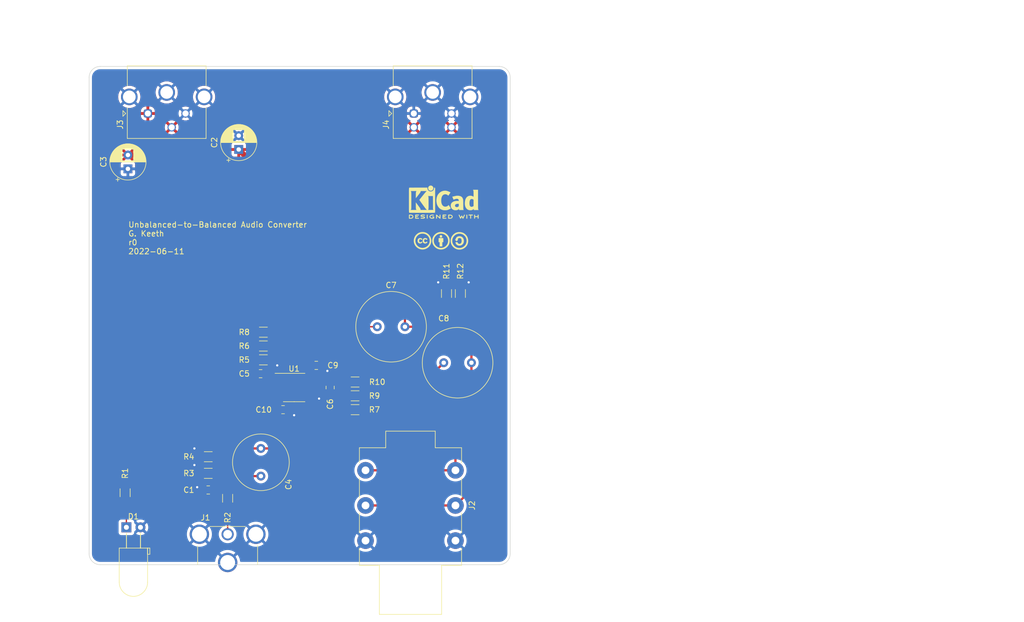
<source format=kicad_pcb>
(kicad_pcb (version 20211014) (generator pcbnew)
  (title_block (title "Unbalanced to Balanced Audio Converter") (date "2022-06-11") (rev "${VERSION}") (company "G. Keeth"))
  (layers (0 "F.Cu" signal) (31 "B.Cu" signal) (34 "B.Paste" user) (35 "F.Paste" user) (36 "B.SilkS" user "B.Silkscreen") (37 "F.SilkS" user "F.Silkscreen") (38 "B.Mask" user) (39 "F.Mask" user) (44 "Edge.Cuts" user))
  (property "VERSION" "0")
  (net 0 "")
  (net 1 "Net-(C1-Pad1)")
  (net 2 "GND")
  (net 3 "VCC")
  (net 4 "VEE")
  (net 5 "Net-(C4-Pad2)")
  (net 6 "Net-(C5-Pad1)")
  (net 7 "Net-(C5-Pad2)")
  (net 8 "Net-(C6-Pad1)")
  (net 9 "Net-(C6-Pad2)")
  (net 10 "Net-(C7-Pad1)")
  (net 11 "Net-(C7-Pad2)")
  (net 12 "Net-(C8-Pad1)")
  (net 13 "Net-(C8-Pad2)")
  (net 14 "Net-(J1-PadT)")
  (net 15 "Net-(D1-Pad1)")
  (footprint "Capacitor_THT:C_Radial_D12.5mm_H25.0mm_P5.00mm" (layer "F.Cu") (at 164 113.51875)
    (fp_text reference "C8" (at 0 -8) (layer "F.SilkS"))
    (fp_text value "220u")
    (pad "1" thru_hole circle locked (at 0 0) (size 1.6 1.6) (drill 0.8) (layers *.Cu *.Mask) (net 12 "Net-(C8-Pad1)"))
    (pad "2" thru_hole circle locked (at 5 0) (size 1.6 1.6) (drill 0.8) (layers *.Cu *.Mask) (net 13 "Net-(C8-Pad2)"))
  )
  (footprint "Resistor_SMD:R_1206_3216Metric" (layer "F.Cu") (at 131.45 113)
    (fp_text reference "R5" (at -3.45 0) (layer "F.SilkS"))
    (fp_text value "DNP")
    (pad "1" smd roundrect locked (at -1.4625 0) (size 1.125 1.75) (layers "F.Cu" "F.Paste" "F.Mask") (roundrect_rratio 0.222222) (net 6 "Net-(C5-Pad1)"))
    (pad "2" smd roundrect locked (at 1.4625 0) (size 1.125 1.75) (layers "F.Cu" "F.Paste" "F.Mask") (roundrect_rratio 0.222222) (net 2 "GND"))
  )
  (footprint "Resistor_SMD:R_1206_3216Metric" (layer "F.Cu") (at 125 138 90)
    (fp_text reference "R2" (at -3.5 0 90) (layer "F.SilkS"))
    (fp_text value "100")
    (pad "1" smd roundrect locked (at -1.4625 0 90) (size 1.125 1.75) (layers "F.Cu" "F.Paste" "F.Mask") (roundrect_rratio 0.222222) (net 14 "Net-(J1-PadT)"))
    (pad "2" smd roundrect locked (at 1.4625 0 90) (size 1.125 1.75) (layers "F.Cu" "F.Paste" "F.Mask") (roundrect_rratio 0.222222) (net 1 "Net-(C1-Pad1)"))
  )
  (footprint "Connector_Mini_DIN_gkeeth:Mini-DIN_Kycon_KMDGX-4S-BS_Horizontal" (layer "F.Cu") (at 158.6 68.5 90)
    (fp_text reference "J4" (at -2 -5 90 unlocked) (layer "F.SilkS"))
    (fp_text value "Mini-DIN-4")
    (pad "1" thru_hole roundrect (at 0 0 180) (size 1.5 1.5) (drill 1.1) (layers *.Cu *.Mask) (net 2 "GND"))
    (pad "2" thru_hole circle (at 0 6.8 180) (size 1.5 1.5) (drill 1.1) (layers *.Cu *.Mask) (net 2 "GND"))
    (pad "3" thru_hole circle (at -2.5 0 180) (size 1.5 1.5) (drill 1.1) (layers *.Cu *.Mask) (net 4 "VEE"))
    (pad "4" thru_hole circle (at -2.5 6.8 180) (size 1.5 1.5) (drill 1.1) (layers *.Cu *.Mask) (net 3 "VCC"))
    (pad "SH" thru_hole circle (at 3 -3.35 180) (size 3 3) (drill 2.3) (layers *.Cu *.Mask) (net 2 "GND"))
    (pad "SH" thru_hole circle (at 3.8 3.4 180) (size 3 3) (drill 2.3) (layers *.Cu *.Mask) (net 2 "GND"))
    (pad "SH" thru_hole circle (at 3 10.15 180) (size 3 3) (drill 2.3) (layers *.Cu *.Mask) (net 2 "GND"))
  )
  (footprint "Resistor_SMD:R_1206_3216Metric" (layer "F.Cu") (at 131.45 108)
    (fp_text reference "R8" (at -3.45 0) (layer "F.SilkS"))
    (fp_text value "68")
    (pad "1" smd roundrect locked (at -1.4625 0) (size 1.125 1.75) (layers "F.Cu" "F.Paste" "F.Mask") (roundrect_rratio 0.222222) (net 10 "Net-(C7-Pad1)"))
    (pad "2" smd roundrect locked (at 1.4625 0) (size 1.125 1.75) (layers "F.Cu" "F.Paste" "F.Mask") (roundrect_rratio 0.222222) (net 7 "Net-(C5-Pad2)"))
  )
  (footprint "Resistor_SMD:R_1206_3216Metric" (layer "F.Cu") (at 121.5 130.5)
    (fp_text reference "R4" (at -3.5 0) (layer "F.SilkS"))
    (fp_text value "47k")
    (pad "1" smd roundrect locked (at -1.4625 0) (size 1.125 1.75) (layers "F.Cu" "F.Paste" "F.Mask") (roundrect_rratio 0.222222) (net 2 "GND"))
    (pad "2" smd roundrect locked (at 1.4625 0) (size 1.125 1.75) (layers "F.Cu" "F.Paste" "F.Mask") (roundrect_rratio 0.222222) (net 5 "Net-(C4-Pad2)"))
  )
  (footprint "Connector_Audio:Jack_6.35mm_Neutrik_NMJ6HFD2_Horizontal" (layer "F.Cu") (at 166.115 132.95 -90)
    (fp_text reference "J2" (at 6.35 -3 90) (layer "F.SilkS"))
    (fp_text value "NMJ6HFD2")
    (pad "R" thru_hole circle locked (at 6.35 0 270) (size 3 3) (drill 1.4) (layers *.Cu *.Mask) (net 13 "Net-(C8-Pad2)"))
    (pad "RN" thru_hole circle locked (at 6.35 16.23 270) (size 3 3) (drill 1.4) (layers *.Cu *.Mask) (net 13 "Net-(C8-Pad2)"))
    (pad "S" thru_hole circle locked (at 12.7 0 270) (size 3 3) (drill 1.4) (layers *.Cu *.Mask) (net 2 "GND"))
    (pad "SN" thru_hole circle locked (at 12.7 16.23 270) (size 3 3) (drill 1.4) (layers *.Cu *.Mask) (net 2 "GND"))
    (pad "T" thru_hole circle locked (at 0 0 270) (size 3 3) (drill 1.4) (layers *.Cu *.Mask) (net 11 "Net-(C7-Pad2)"))
    (pad "TN" thru_hole circle locked (at 0 16.23 270) (size 3 3) (drill 1.4) (layers *.Cu *.Mask) (net 11 "Net-(C7-Pad2)"))
  )
  (footprint "Symbol:KiCad-Logo2_5mm_SilkScreen" (layer "F.Cu") (at 164 84.5)
    (fp_text reference "LOGO1" hide)
    (fp_text value "Logo_MadeWithKiCad" hide)
  )
  (footprint "Resistor_SMD:R_1206_3216Metric" (layer "F.Cu") (at 167 101.01875 -90)
    (fp_text reference "R12" (at -4.01875 0 90) (layer "F.SilkS"))
    (fp_text value "47k")
    (pad "1" smd roundrect locked (at -1.4625 0 270) (size 1.125 1.75) (layers "F.Cu" "F.Paste" "F.Mask") (roundrect_rratio 0.222222) (net 2 "GND"))
    (pad "2" smd roundrect locked (at 1.4625 0 270) (size 1.125 1.75) (layers "F.Cu" "F.Paste" "F.Mask") (roundrect_rratio 0.222222) (net 13 "Net-(C8-Pad2)"))
  )
  (footprint "Capacitor_SMD:C_0805_2012Metric" (layer "F.Cu") (at 141 114)
    (fp_text reference "C9" (at 3 0) (layer "F.SilkS"))
    (fp_text value "100n")
    (pad "1" smd roundrect locked (at -0.95 0) (size 1 1.45) (layers "F.Cu" "F.Paste" "F.Mask") (net 3 "VCC"))
    (pad "2" smd roundrect locked (at 0.95 0) (size 1 1.45) (layers "F.Cu" "F.Paste" "F.Mask") (net 2 "GND"))
  )
  (footprint "Capacitor_SMD:C_0805_2012Metric" (layer "F.Cu") (at 130.95 115.5)
    (fp_text reference "C5" (at -2.95 0) (layer "F.SilkS"))
    (fp_text value "100p")
    (pad "1" smd roundrect locked (at -0.95 0) (size 1 1.45) (layers "F.Cu" "F.Paste" "F.Mask") (net 6 "Net-(C5-Pad1)"))
    (pad "2" smd roundrect locked (at 0.95 0) (size 1 1.45) (layers "F.Cu" "F.Paste" "F.Mask") (net 7 "Net-(C5-Pad2)"))
  )
  (footprint "Capacitor_SMD:C_0805_2012Metric" (layer "F.Cu") (at 143.5 118 90)
    (fp_text reference "C6" (at -3 0 90) (layer "F.SilkS"))
    (fp_text value "100p")
    (pad "1" smd roundrect locked (at -0.95 0 90) (size 1 1.45) (layers "F.Cu" "F.Paste" "F.Mask") (net 8 "Net-(C6-Pad1)"))
    (pad "2" smd roundrect locked (at 0.95 0 90) (size 1 1.45) (layers "F.Cu" "F.Paste" "F.Mask") (net 9 "Net-(C6-Pad2)"))
  )
  (footprint "Capacitor_THT:CP_Radial_D6.3mm_P2.50mm" (layer "F.Cu") (at 107 78.5 90)
    (fp_text reference "C3" (at 1.25 -4.4 90) (layer "F.SilkS"))
    (fp_text value "100u")
    (pad "1" thru_hole rect locked (at 0 0 90) (size 1.6 1.6) (drill 0.8) (layers *.Cu *.Mask) (net 2 "GND"))
    (pad "2" thru_hole circle locked (at 2.5 0 90) (size 1.6 1.6) (drill 0.8) (layers *.Cu *.Mask) (net 4 "VEE"))
  )
  (footprint "Capacitor_THT:CP_Radial_D6.3mm_P2.50mm" (layer "F.Cu") (at 127 75 90)
    (fp_text reference "C2" (at 1.25 -4.4 90) (layer "F.SilkS"))
    (fp_text value "100u")
    (pad "1" thru_hole rect locked (at 0 0 90) (size 1.6 1.6) (drill 0.8) (layers *.Cu *.Mask) (net 3 "VCC"))
    (pad "2" thru_hole circle locked (at 2.5 0 90) (size 1.6 1.6) (drill 0.8) (layers *.Cu *.Mask) (net 2 "GND"))
  )
  (footprint "Capacitor_THT:C_Radial_D10.0mm_H16.0mm_P5.00mm" (layer "F.Cu") (at 131 134 90)
    (fp_text reference "C4" (at -1.5 5 90) (layer "F.SilkS"))
    (fp_text value "47u")
    (pad "1" thru_hole circle locked (at 0 0 90) (size 1.6 1.6) (drill 0.8) (layers *.Cu *.Mask) (net 1 "Net-(C1-Pad1)"))
    (pad "2" thru_hole circle locked (at 5 0 90) (size 1.6 1.6) (drill 0.8) (layers *.Cu *.Mask) (net 5 "Net-(C4-Pad2)"))
  )
  (footprint "Symbol_CreativeCommons:CC-BY-SA_SilkScreenTop_Small" (layer "F.Cu") (at 163.5 91.5)
    (fp_text reference "LOGO2" hide)
    (fp_text value "CC-BY-SA_0.5in" hide)
  )
  (footprint "Resistor_SMD:R_1206_3216Metric" (layer "F.Cu") (at 121.5 133.5)
    (fp_text reference "R3" (at -3.5 0) (layer "F.SilkS"))
    (fp_text value "220k")
    (pad "1" smd roundrect locked (at -1.4625 0) (size 1.125 1.75) (layers "F.Cu" "F.Paste" "F.Mask") (roundrect_rratio 0.222222) (net 2 "GND"))
    (pad "2" smd roundrect locked (at 1.4625 0) (size 1.125 1.75) (layers "F.Cu" "F.Paste" "F.Mask") (roundrect_rratio 0.222222) (net 1 "Net-(C1-Pad1)"))
  )
  (footprint "Resistor_SMD:R_1206_3216Metric" (layer "F.Cu") (at 148 119.5)
    (fp_text reference "R9" (at 3.5 0) (layer "F.SilkS"))
    (fp_text value "1k")
    (pad "1" smd roundrect locked (at -1.4625 0) (size 1.125 1.75) (layers "F.Cu" "F.Paste" "F.Mask") (roundrect_rratio 0.222222) (net 8 "Net-(C6-Pad1)"))
    (pad "2" smd roundrect locked (at 1.4625 0) (size 1.125 1.75) (layers "F.Cu" "F.Paste" "F.Mask") (roundrect_rratio 0.222222) (net 12 "Net-(C8-Pad1)"))
  )
  (footprint "Capacitor_SMD:C_0805_2012Metric" (layer "F.Cu") (at 135 122 180)
    (fp_text reference "C10" (at 3.5 0) (layer "F.SilkS"))
    (fp_text value "100n")
    (pad "1" smd roundrect locked (at -0.95 0 180) (size 1 1.45) (layers "F.Cu" "F.Paste" "F.Mask") (net 2 "GND"))
    (pad "2" smd roundrect locked (at 0.95 0 180) (size 1 1.45) (layers "F.Cu" "F.Paste" "F.Mask") (net 4 "VEE"))
  )
  (footprint "Connector_Audio_gkeeth:RCA_Keystone_901_Horizontal" (layer "F.Cu") (at 125 144.5)
    (fp_text reference "J1" (at -4 -3 unlocked) (layer "F.SilkS"))
    (fp_text value "901")
    (pad "S" thru_hole circle (at -5.1 0) (size 3.5 3.5) (drill 2.7) (layers *.Cu *.Mask) (net 2 "GND"))
    (pad "S" thru_hole circle (at 5.1 0) (size 3.5 3.5) (drill 2.7) (layers *.Cu *.Mask) (net 2 "GND"))
    (pad "S" thru_hole circle (at 0 5.1) (size 3.5 3.5) (drill 2.7) (layers *.Cu *.Mask) (net 2 "GND"))
    (pad "T" thru_hole circle (at 0 0) (size 2.2 2.2) (drill 1.57) (layers *.Cu *.Mask) (net 14 "Net-(J1-PadT)"))
  )
  (footprint "Capacitor_SMD:C_0805_2012Metric" (layer "F.Cu") (at 121.5 136.5 180)
    (fp_text reference "C1" (at 3.5 0) (layer "F.SilkS"))
    (fp_text value "100p")
    (pad "1" smd roundrect locked (at -0.95 0 180) (size 1 1.45) (layers "F.Cu" "F.Paste" "F.Mask") (net 1 "Net-(C1-Pad1)"))
    (pad "2" smd roundrect locked (at 0.95 0 180) (size 1 1.45) (layers "F.Cu" "F.Paste" "F.Mask") (net 2 "GND"))
  )
  (footprint "Resistor_SMD:R_1206_3216Metric" (layer "F.Cu") (at 131.45 110.5 180)
    (fp_text reference "R6" (at 3.45 0) (layer "F.SilkS"))
    (fp_text value "1k")
    (pad "1" smd roundrect locked (at -1.4625 0 180) (size 1.125 1.75) (layers "F.Cu" "F.Paste" "F.Mask") (roundrect_rratio 0.222222) (net 10 "Net-(C7-Pad1)"))
    (pad "2" smd roundrect locked (at 1.4625 0 180) (size 1.125 1.75) (layers "F.Cu" "F.Paste" "F.Mask") (roundrect_rratio 0.222222) (net 6 "Net-(C5-Pad1)"))
  )
  (footprint "Connector_Mini_DIN_gkeeth:Mini-DIN_Kycon_KMDGX-3S-BS_Horizontal" (layer "F.Cu") (at 110.6 68.5 90)
    (fp_text reference "J3" (at -2 -5 90 unlocked) (layer "F.SilkS"))
    (fp_text value "Mini-DIN-3")
    (pad "1" thru_hole roundrect (at 0 0 180) (size 1.5 1.5) (drill 1.1) (layers *.Cu *.Mask) (net 4 "VEE"))
    (pad "2" thru_hole circle (at 0 6.8 180) (size 1.5 1.5) (drill 1.1) (layers *.Cu *.Mask) (net 2 "GND"))
    (pad "3" thru_hole circle (at -2.5 4.3 180) (size 1.5 1.5) (drill 1.1) (layers *.Cu *.Mask) (net 3 "VCC"))
    (pad "SH" thru_hole circle (at 3.8 3.4 180) (size 3 3) (drill 2.3) (layers *.Cu *.Mask) (net 2 "GND"))
    (pad "SH" thru_hole circle (at 3 -3.35 180) (size 3 3) (drill 2.3) (layers *.Cu *.Mask) (net 2 "GND"))
    (pad "SH" thru_hole circle (at 3 10.15 180) (size 3 3) (drill 2.3) (layers *.Cu *.Mask) (net 2 "GND"))
  )
  (footprint "LED_THT:LED_D5.0mm_Horizontal_O3.81mm_Z3.0mm" (layer "F.Cu") (at 106.725 143.25)
    (fp_text reference "D1" (at 1.27 -1.96) (layer "F.SilkS"))
    (fp_text value "LED")
    (pad "1" thru_hole rect locked (at 0 0) (size 1.8 1.8) (drill 0.9) (layers *.Cu *.Mask) (net 15 "Net-(D1-Pad1)"))
    (pad "2" thru_hole circle locked (at 2.54 0) (size 1.8 1.8) (drill 0.9) (layers *.Cu *.Mask) (net 2 "GND"))
  )
  (footprint "Package_SO:SOIC-8_3.9x4.9mm_P1.27mm" (layer "F.Cu") (at 137 118)
    (fp_text reference "U1" (at 0 -3.4) (layer "F.SilkS"))
    (fp_text value "LM4562")
    (pad "1" smd roundrect locked (at -2.475 -1.905) (size 1.95 0.6) (layers "F.Cu" "F.Paste" "F.Mask") (net 7 "Net-(C5-Pad2)"))
    (pad "2" smd roundrect locked (at -2.475 -0.635) (size 1.95 0.6) (layers "F.Cu" "F.Paste" "F.Mask") (net 6 "Net-(C5-Pad1)"))
    (pad "3" smd roundrect locked (at -2.475 0.635) (size 1.95 0.6) (layers "F.Cu" "F.Paste" "F.Mask") (net 5 "Net-(C4-Pad2)"))
    (pad "4" smd roundrect locked (at -2.475 1.905) (size 1.95 0.6) (layers "F.Cu" "F.Paste" "F.Mask") (net 4 "VEE"))
    (pad "5" smd roundrect locked (at 2.475 1.905) (size 1.95 0.6) (layers "F.Cu" "F.Paste" "F.Mask") (net 2 "GND"))
    (pad "6" smd roundrect locked (at 2.475 0.635) (size 1.95 0.6) (layers "F.Cu" "F.Paste" "F.Mask") (net 8 "Net-(C6-Pad1)"))
    (pad "7" smd roundrect locked (at 2.475 -0.635) (size 1.95 0.6) (layers "F.Cu" "F.Paste" "F.Mask") (net 9 "Net-(C6-Pad2)"))
    (pad "8" smd roundrect locked (at 2.475 -1.905) (size 1.95 0.6) (layers "F.Cu" "F.Paste" "F.Mask") (net 3 "VCC"))
  )
  (footprint "Capacitor_THT:C_Radial_D12.5mm_H25.0mm_P5.00mm" (layer "F.Cu") (at 152 107.01875)
    (fp_text reference "C7" (at 2.5 -7.5) (layer "F.SilkS"))
    (fp_text value "220u")
    (pad "1" thru_hole circle locked (at 0 0) (size 1.6 1.6) (drill 0.8) (layers *.Cu *.Mask) (net 10 "Net-(C7-Pad1)"))
    (pad "2" thru_hole circle locked (at 5 0) (size 1.6 1.6) (drill 0.8) (layers *.Cu *.Mask) (net 11 "Net-(C7-Pad2)"))
  )
  (footprint "Resistor_SMD:R_1206_3216Metric" (layer "F.Cu") (at 148 122)
    (fp_text reference "R7" (at 3.5 0) (layer "F.SilkS"))
    (fp_text value "1k")
    (pad "1" smd roundrect locked (at -1.4625 0) (size 1.125 1.75) (layers "F.Cu" "F.Paste" "F.Mask") (roundrect_rratio 0.222222) (net 7 "Net-(C5-Pad2)"))
    (pad "2" smd roundrect locked (at 1.4625 0) (size 1.125 1.75) (layers "F.Cu" "F.Paste" "F.Mask") (roundrect_rratio 0.222222) (net 8 "Net-(C6-Pad1)"))
  )
  (footprint "Resistor_SMD:R_1206_3216Metric" (layer "F.Cu") (at 148 117 180)
    (fp_text reference "R10" (at -4 0) (layer "F.SilkS"))
    (fp_text value "68")
    (pad "1" smd roundrect locked (at -1.4625 0 180) (size 1.125 1.75) (layers "F.Cu" "F.Paste" "F.Mask") (roundrect_rratio 0.222222) (net 12 "Net-(C8-Pad1)"))
    (pad "2" smd roundrect locked (at 1.4625 0 180) (size 1.125 1.75) (layers "F.Cu" "F.Paste" "F.Mask") (roundrect_rratio 0.222222) (net 9 "Net-(C6-Pad2)"))
  )
  (footprint "Resistor_SMD:R_1206_3216Metric" (layer "F.Cu") (at 164.5 101.01875 -90)
    (fp_text reference "R11" (at -4.01875 0 90) (layer "F.SilkS"))
    (fp_text value "47k")
    (pad "1" smd roundrect locked (at -1.4625 0 270) (size 1.125 1.75) (layers "F.Cu" "F.Paste" "F.Mask") (roundrect_rratio 0.222222) (net 2 "GND"))
    (pad "2" smd roundrect locked (at 1.4625 0 270) (size 1.125 1.75) (layers "F.Cu" "F.Paste" "F.Mask") (roundrect_rratio 0.222222) (net 11 "Net-(C7-Pad2)"))
  )
  (footprint "Resistor_SMD:R_1206_3216Metric" (layer "F.Cu") (at 106.5 137 90)
    (fp_text reference "R1" (at 3.5 0 90) (layer "F.SilkS"))
    (fp_text value "10k")
    (pad "1" smd roundrect locked (at -1.4625 0 90) (size 1.125 1.75) (layers "F.Cu" "F.Paste" "F.Mask") (roundrect_rratio 0.222222) (net 15 "Net-(D1-Pad1)"))
    (pad "2" smd roundrect locked (at 1.4625 0 90) (size 1.125 1.75) (layers "F.Cu" "F.Paste" "F.Mask") (roundrect_rratio 0.222222) (net 4 "VEE"))
  )
  (gr_line (start 176 62) (end 176 148) (layer "Edge.Cuts") (width 0.1))
  (gr_line (start 102 60) (end 174 60) (layer "Edge.Cuts") (width 0.1))
  (gr_line (start 100 148) (end 100 62) (layer "Edge.Cuts") (width 0.1))
  (gr_arc (start 176 148) (mid 175.414214 149.414214) (end 174 150) (layer "Edge.Cuts") (width 0.1))
  (gr_line (start 174 150) (end 102 150) (layer "Edge.Cuts") (width 0.1))
  (gr_arc (start 100 62) (mid 100.585786 60.585786) (end 102 60) (layer "Edge.Cuts") (width 0.1))
  (gr_arc (start 102 150) (mid 100.585786 149.414214) (end 100 148) (layer "Edge.Cuts") (width 0.1))
  (gr_arc (start 174 60) (mid 175.414214 60.585786) (end 176 62) (layer "Edge.Cuts") (width 0.1))
  (gr_text "Unbalanced-to-Balanced Audio Converter\nG. Keeth\nr${VERSION}\n2022-06-11" (at 107 91) (layer "F.SilkS") (effects (font (size 1 1)) (justify left)))
  (segment (start 122.9625 133.5) (end 122.45 134.0125) (width 0.4) (layer "F.Cu") (net 1))
  (segment (start 124.9625 136.5) (end 125 136.5375) (width 0.4) (layer "F.Cu") (net 1))
  (segment (start 127.5375 134) (end 131 134) (width 0.4) (layer "F.Cu") (net 1))
  (segment (start 125 136.5375) (end 127.5375 134) (width 0.4) (layer "F.Cu") (net 1))
  (segment (start 122.45 134.0125) (end 122.45 136.5) (width 0.4) (layer "F.Cu") (net 1))
  (segment (start 122.45 136.5) (end 124.9625 136.5) (width 0.4) (layer "F.Cu") (net 1))
  (segment (start 141.405 119.905) (end 141.5 120) (width 0.4) (layer "F.Cu") (net 2))
  (segment (start 163.55625 99.55625) (end 163 99) (width 0.4) (layer "F.Cu") (net 2))
  (segment (start 142 114) (end 143 115) (width 0.4) (layer "F.Cu") (net 2))
  (segment (start 141.95 114) (end 142 114) (width 0.4) (layer "F.Cu") (net 2))
  (segment (start 120.55 136.5) (end 120 136.5) (width 0.4) (layer "F.Cu") (net 2))
  (segment (start 139.475 119.905) (end 141.405 119.905) (width 0.4) (layer "F.Cu") (net 2))
  (segment (start 133.9125 114) (end 132.9125 113) (width 0.25) (layer "F.Cu") (net 2))
  (segment (start 133.95 114) (end 133.9125 114) (width 0.25) (layer "F.Cu") (net 2))
  (segment (start 120.0375 130.5) (end 120.0375 130.0375) (width 0.4) (layer "F.Cu") (net 2))
  (segment (start 164.5 99.55625) (end 163.55625 99.55625) (width 0.4) (layer "F.Cu") (net 2))
  (segment (start 135.95 122) (end 136 122) (width 0.4) (layer "F.Cu") (net 2))
  (segment (start 120.0375 130.0375) (end 119 129) (width 0.4) (layer "F.Cu") (net 2))
  (segment (start 167.94375 99.55625) (end 168.5 99) (width 0.4) (layer "F.Cu") (net 2))
  (segment (start 167 99.55625) (end 167.94375 99.55625) (width 0.4) (layer "F.Cu") (net 2))
  (segment (start 120.0375 133.0375) (end 119 132) (width 0.4) (layer "F.Cu") (net 2))
  (segment (start 136 122) (end 137 123) (width 0.4) (layer "F.Cu") (net 2))
  (segment (start 120 136.5) (end 119.5 136) (width 0.4) (layer "F.Cu") (net 2))
  (segment (start 120.0375 133.5) (end 120.0375 133.0375) (width 0.4) (layer "F.Cu") (net 2))
  (via (at 143 115) (size 0.8) (drill 0.4) (layers "F.Cu" "B.Cu") (net 2))
  (via (at 141.5 120) (size 0.8) (drill 0.4) (layers "F.Cu" "B.Cu") (net 2))
  (via (at 137 123) (size 0.8) (drill 0.4) (layers "F.Cu" "B.Cu") (net 2))
  (via (at 119 129) (size 0.8) (drill 0.4) (layers "F.Cu" "B.Cu") (net 2))
  (via (at 119 132) (size 0.8) (drill 0.4) (layers "F.Cu" "B.Cu") (net 2))
  (via (at 133.95 114) (size 0.8) (drill 0.4) (layers "F.Cu" "B.Cu") (net 2))
  (via (at 119.5 136) (size 0.8) (drill 0.4) (layers "F.Cu" "B.Cu") (net 2))
  (via (at 168.5 99) (size 0.8) (drill 0.4) (layers "F.Cu" "B.Cu") (net 2))
  (via (at 163 99) (size 0.8) (drill 0.4) (layers "F.Cu" "B.Cu") (net 2))
  (segment (start 140.05 114) (end 140.05 115.52) (width 0.5) (layer "F.Cu") (net 3))
  (segment (start 140.05 115.52) (end 139.475 116.095) (width 0.5) (layer "F.Cu") (net 3))
  (segment (start 154.5 102.5) (end 127 75) (width 1) (layer "F.Cu") (net 3))
  (segment (start 152.5 110.5) (end 154.5 108.5) (width 1) (layer "F.Cu") (net 3))
  (segment (start 154.5 108.5) (end 154.5 102.5) (width 1) (layer "F.Cu") (net 3))
  (segment (start 143 110.5) (end 152.5 110.5) (width 1) (layer "F.Cu") (net 3))
  (segment (start 140.05 114) (end 140.05 113.45) (width 1) (layer "F.Cu") (net 3))
  (segment (start 140.05 113.45) (end 143 110.5) (width 1) (layer "F.Cu") (net 3))
  (segment (start 116 83.5) (end 116 105.5) (width 1) (layer "F.Cu") (net 4))
  (segment (start 134.525 121.525) (end 134.05 122) (width 0.5) (layer "F.Cu") (net 4))
  (segment (start 132.5 122) (end 134.05 122) (width 1) (layer "F.Cu") (net 4))
  (segment (start 105.5 76) (end 104 77.5) (width 0.5) (layer "F.Cu") (net 4))
  (segment (start 134.525 119.905) (end 134.525 121.525) (width 0.5) (layer "F.Cu") (net 4))
  (segment (start 108.5 76) (end 116 83.5) (width 1) (layer "F.Cu") (net 4))
  (segment (start 107 76) (end 105.5 76) (width 0.5) (layer "F.Cu") (net 4))
  (segment (start 104 77.5) (end 104 133.0375) (width 0.5) (layer "F.Cu") (net 4))
  (segment (start 104 133.0375) (end 106.5 135.5375) (width 0.5) (layer "F.Cu") (net 4))
  (segment (start 116 105.5) (end 132.5 122) (width 1) (layer "F.Cu") (net 4))
  (segment (start 107 76) (end 108.5 76) (width 1) (layer "F.Cu") (net 4))
  (segment (start 134 129) (end 138 125) (width 0.4) (layer "F.Cu") (net 5))
  (segment (start 137 119.866624) (end 135.768376 118.635) (width 0.4) (layer "F.Cu") (net 5))
  (segment (start 135.768376 118.635) (end 134.525 118.635) (width 0.4) (layer "F.Cu") (net 5))
  (segment (start 124.4625 129) (end 131 129) (width 0.4) (layer "F.Cu") (net 5))
  (segment (start 137 121) (end 137 119.866624) (width 0.4) (layer "F.Cu") (net 5))
  (segment (start 131 129) (end 134 129) (width 0.4) (layer "F.Cu") (net 5))
  (segment (start 138 125) (end 138 122) (width 0.4) (layer "F.Cu") (net 5))
  (segment (start 122.9625 130.5) (end 124.4625 129) (width 0.4) (layer "F.Cu") (net 5))
  (segment (start 138 122) (end 137 121) (width 0.4) (layer "F.Cu") (net 5))
  (segment (start 131.865 117.365) (end 130 115.5) (width 0.25) (layer "F.Cu") (net 6))
  (segment (start 129.9875 110.5) (end 129.9875 113) (width 0.25) (layer "F.Cu") (net 6))
  (segment (start 130 115.5) (end 130 113.0125) (width 0.25) (layer "F.Cu") (net 6))
  (segment (start 134.525 117.365) (end 131.865 117.365) (width 0.25) (layer "F.Cu") (net 6))
  (segment (start 130 113.0125) (end 129.9875 113) (width 0.25) (layer "F.Cu") (net 6))
  (segment (start 132.9125 108) (end 135 110.0875) (width 0.4) (layer "F.Cu") (net 7))
  (segment (start 134.525 116.095) (end 135.595 116.095) (width 0.4) (layer "F.Cu") (net 7))
  (segment (start 135.595 116.095) (end 138 118.5) (width 0.4) (layer "F.Cu") (net 7))
  (segment (start 139.658592 122) (end 146.5375 122) (width 0.4) (layer "F.Cu") (net 7))
  (segment (start 132.495 116.095) (end 134.525 116.095) (width 0.4) (layer "F.Cu") (net 7))
  (segment (start 138 118.5) (end 138 120.341408) (width 0.4) (layer "F.Cu") (net 7))
  (segment (start 135 110.0875) (end 135 115.62) (width 0.4) (layer "F.Cu") (net 7))
  (segment (start 138 120.341408) (end 139.658592 122) (width 0.4) (layer "F.Cu") (net 7))
  (segment (start 131.9 115.5) (end 132.495 116.095) (width 0.4) (layer "F.Cu") (net 7))
  (segment (start 135 115.62) (end 134.525 116.095) (width 0.4) (layer "F.Cu") (net 7))
  (segment (start 143.185 118.635) (end 143.5 118.95) (width 0.4) (layer "F.Cu") (net 8))
  (segment (start 143.5 118.95) (end 145.9875 118.95) (width 0.4) (layer "F.Cu") (net 8))
  (segment (start 145.9875 118.95) (end 146.5375 119.5) (width 0.4) (layer "F.Cu") (net 8))
  (segment (start 139.475 118.635) (end 143.185 118.635) (width 0.4) (layer "F.Cu") (net 8))
  (segment (start 149.0375 122) (end 146.5375 119.5) (width 0.4) (layer "F.Cu") (net 8))
  (segment (start 149.4625 122) (end 149.0375 122) (width 0.4) (layer "F.Cu") (net 8))
  (segment (start 139.475 117.365) (end 143.185 117.365) (width 0.4) (layer "F.Cu") (net 9))
  (segment (start 143.5 117.05) (end 146.4875 117.05) (width 0.4) (layer "F.Cu") (net 9))
  (segment (start 143.185 117.365) (end 143.5 117.05) (width 0.4) (layer "F.Cu") (net 9))
  (segment (start 146.4875 117.05) (end 146.5375 117) (width 0.4) (layer "F.Cu") (net 9))
  (segment (start 129.9875 108) (end 130.4125 108) (width 0.25) (layer "F.Cu") (net 10))
  (segment (start 138.51875 107.01875) (end 152 107.01875) (width 0.25) (layer "F.Cu") (net 10))
  (segment (start 137.5 106) (end 138.51875 107.01875) (width 0.25) (layer "F.Cu") (net 10))
  (segment (start 130.4125 108) (end 132.9125 110.5) (width 0.25) (layer "F.Cu") (net 10))
  (segment (start 129.9875 108) (end 131.9875 106) (width 0.25) (layer "F.Cu") (net 10))
  (segment (start 131.9875 106) (end 137.5 106) (width 0.25) (layer "F.Cu") (net 10))
  (segment (start 164.5 102.48125) (end 159.0375 102.48125) (width 0.4) (layer "F.Cu") (net 11))
  (segment (start 159.0375 102.48125) (end 157 104.51875) (width 0.4) (layer "F.Cu") (net 11))
  (segment (start 149.885 132.95) (end 166.115 132.95) (width 0.4) (layer "F.Cu") (net 11))
  (segment (start 166.115 132.95) (end 166.115 112.115) (width 0.4) (layer "F.Cu") (net 11))
  (segment (start 157 104.51875) (end 157 107.01875) (width 0.4) (layer "F.Cu") (net 11))
  (segment (start 166.115 112.115) (end 161.01875 107.01875) (width 0.4) (layer "F.Cu") (net 11))
  (segment (start 161.01875 107.01875) (end 157 107.01875) (width 0.4) (layer "F.Cu") (net 11))
  (segment (start 149.4625 117) (end 149.4625 119.5) (width 0.25) (layer "F.Cu") (net 12))
  (segment (start 149.4625 117) (end 160.51875 117) (width 0.4) (layer "F.Cu") (net 12))
  (segment (start 160.51875 117) (end 164 113.51875) (width 0.4) (layer "F.Cu") (net 12))
  (segment (start 166.115 139.3) (end 149.885 139.3) (width 0.4) (layer "F.Cu") (net 13))
  (segment (start 167 102.48125) (end 169 104.48125) (width 0.4) (layer "F.Cu") (net 13))
  (segment (start 169 136.415) (end 169 113.51875) (width 0.4) (layer "F.Cu") (net 13))
  (segment (start 166.115 139.3) (end 169 136.415) (width 0.4) (layer "F.Cu") (net 13))
  (segment (start 169 104.48125) (end 169 113.51875) (width 0.4) (layer "F.Cu") (net 13))
  (segment (start 125 144.5) (end 125 139.4625) (width 0.25) (layer "F.Cu") (net 14))
  (segment (start 106.725 138.6875) (end 106.725 143.25) (width 0.25) (layer "F.Cu") (net 15))
  (segment (start 106.5 138.4625) (end 106.725 138.6875) (width 0.25) (layer "F.Cu") (net 15))
  (zone (net 4) (net_name "VEE") (layer "F.Cu") (connect_pads (clearance 0.508)) (min_thickness 0.254) (fill yes (thermal_gap 0.508) (thermal_bridge_width 0.508))
    (polygon (pts (xy 161 73) (xy 156 73) (xy 156 68) (xy 114 68) (xy 111 71) (xy 111 79) (xy 104.5 79) (xy 104.5 61) (xy 161 61)))
  )
  (zone (net 3) (net_name "VCC") (layer "F.Cu") (connect_pads (clearance 0.508)) (min_thickness 0.254) (fill yes (thermal_gap 0.508) (thermal_bridge_width 0.508))
    (polygon (pts (xy 167 77) (xy 112 77) (xy 112 71) (xy 114 69) (xy 119 69) (xy 119 72) (xy 135 72) (xy 137 74) (xy 162 74) (xy 162 69) (xy 167 69)))
  )
  (zone (net 2) (net_name "GND") (layer "B.Cu") (connect_pads (clearance 0.508)) (min_thickness 0.254) (fill yes (thermal_gap 0.508) (thermal_bridge_width 0.508))
    (polygon (pts (xy 176 150) (xy 100 150) (xy 100 60) (xy 176 60)))
  )
)
</source>
